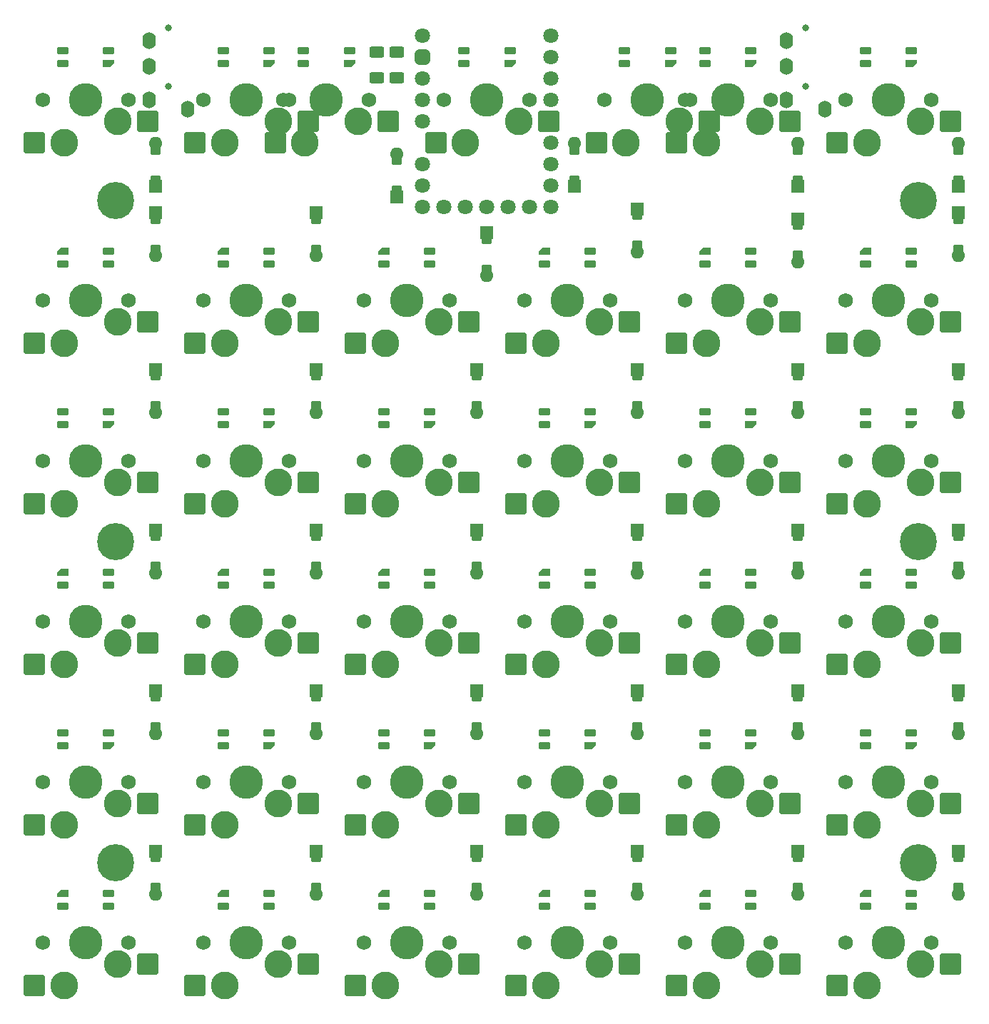
<source format=gbs>
G04 #@! TF.GenerationSoftware,KiCad,Pcbnew,8.0.5*
G04 #@! TF.CreationDate,2024-10-08T22:30:13+02:00*
G04 #@! TF.ProjectId,tekskey-v3-rounded,74656b73-6b65-4792-9d76-332d726f756e,rev?*
G04 #@! TF.SameCoordinates,Original*
G04 #@! TF.FileFunction,Soldermask,Bot*
G04 #@! TF.FilePolarity,Negative*
%FSLAX46Y46*%
G04 Gerber Fmt 4.6, Leading zero omitted, Abs format (unit mm)*
G04 Created by KiCad (PCBNEW 8.0.5) date 2024-10-08 22:30:13*
%MOMM*%
%LPD*%
G01*
G04 APERTURE LIST*
G04 Aperture macros list*
%AMRoundRect*
0 Rectangle with rounded corners*
0 $1 Rounding radius*
0 $2 $3 $4 $5 $6 $7 $8 $9 X,Y pos of 4 corners*
0 Add a 4 corners polygon primitive as box body*
4,1,4,$2,$3,$4,$5,$6,$7,$8,$9,$2,$3,0*
0 Add four circle primitives for the rounded corners*
1,1,$1+$1,$2,$3*
1,1,$1+$1,$4,$5*
1,1,$1+$1,$6,$7*
1,1,$1+$1,$8,$9*
0 Add four rect primitives between the rounded corners*
20,1,$1+$1,$2,$3,$4,$5,0*
20,1,$1+$1,$4,$5,$6,$7,0*
20,1,$1+$1,$6,$7,$8,$9,0*
20,1,$1+$1,$8,$9,$2,$3,0*%
%AMFreePoly0*
4,1,18,-0.410000,0.593000,-0.403758,0.624380,-0.385983,0.650983,-0.359380,0.668758,-0.328000,0.675000,0.328000,0.675000,0.359380,0.668758,0.385983,0.650983,0.403758,0.624380,0.410000,0.593000,0.410000,-0.593000,0.403758,-0.624380,0.385983,-0.650983,0.359380,-0.668758,0.328000,-0.675000,0.000000,-0.675000,-0.410000,-0.265000,-0.410000,0.593000,-0.410000,0.593000,$1*%
G04 Aperture macros list end*
%ADD10C,0.700000*%
%ADD11C,4.400000*%
%ADD12C,1.800000*%
%ADD13RoundRect,0.450000X-0.450000X-0.450000X0.450000X-0.450000X0.450000X0.450000X-0.450000X0.450000X0*%
%ADD14FreePoly0,90.000000*%
%ADD15RoundRect,0.082000X0.593000X-0.328000X0.593000X0.328000X-0.593000X0.328000X-0.593000X-0.328000X0*%
%ADD16O,1.600000X1.600000*%
%ADD17RoundRect,0.225000X0.375000X-0.225000X0.375000X0.225000X-0.375000X0.225000X-0.375000X-0.225000X0*%
%ADD18R,1.600000X1.600000*%
%ADD19C,3.300000*%
%ADD20RoundRect,0.250000X-1.025000X-1.000000X1.025000X-1.000000X1.025000X1.000000X-1.025000X1.000000X0*%
%ADD21C,1.750000*%
%ADD22C,3.987800*%
%ADD23RoundRect,0.225000X-0.375000X0.225000X-0.375000X-0.225000X0.375000X-0.225000X0.375000X0.225000X0*%
%ADD24FreePoly0,270.000000*%
%ADD25RoundRect,0.082000X-0.593000X0.328000X-0.593000X-0.328000X0.593000X-0.328000X0.593000X0.328000X0*%
%ADD26O,1.600000X2.000000*%
%ADD27C,0.800000*%
%ADD28RoundRect,0.250000X0.625000X-0.400000X0.625000X0.400000X-0.625000X0.400000X-0.625000X-0.400000X0*%
G04 APERTURE END LIST*
D10*
X138571875Y-123825000D03*
X138088601Y-124991726D03*
X138088601Y-122658274D03*
X136921875Y-125475000D03*
D11*
X136921875Y-123825000D03*
D10*
X136921875Y-122175000D03*
X135755149Y-124991726D03*
X135755149Y-122658274D03*
X135271875Y-123825000D03*
X138571875Y-45243750D03*
X138088601Y-46410476D03*
X138088601Y-44077024D03*
X136921875Y-46893750D03*
D11*
X136921875Y-45243750D03*
D10*
X136921875Y-43593750D03*
X135755149Y-46410476D03*
X135755149Y-44077024D03*
X135271875Y-45243750D03*
D12*
X90804952Y-46057396D03*
X88264952Y-46057396D03*
X85724952Y-46057396D03*
X83184952Y-46057396D03*
X80644952Y-46057396D03*
X93344952Y-46057396D03*
X93344952Y-43517396D03*
X93344952Y-40977396D03*
X93344952Y-38437396D03*
X93344952Y-33357396D03*
X93344952Y-30817396D03*
X93344952Y-28277396D03*
X93344952Y-25737396D03*
X78104952Y-46057396D03*
X78104952Y-43517396D03*
X78104952Y-40977396D03*
X78104952Y-35897396D03*
X78104952Y-33357396D03*
X78104952Y-30817396D03*
D13*
X78104952Y-28277396D03*
D12*
X78104952Y-25737396D03*
D10*
X43321875Y-85725000D03*
X42838601Y-86891726D03*
X42838601Y-84558274D03*
X41671875Y-87375000D03*
D11*
X41671875Y-85725000D03*
D10*
X41671875Y-84075000D03*
X40505149Y-86891726D03*
X40505149Y-84558274D03*
X40021875Y-85725000D03*
X43321875Y-45243750D03*
X42838601Y-46410476D03*
X42838601Y-44077024D03*
X41671875Y-46893750D03*
D11*
X41671875Y-45243750D03*
D10*
X41671875Y-43593750D03*
X40505149Y-46410476D03*
X40505149Y-44077024D03*
X40021875Y-45243750D03*
X138571875Y-85725000D03*
X138088601Y-86891726D03*
X138088601Y-84558274D03*
X136921875Y-87375000D03*
D11*
X136921875Y-85725000D03*
D10*
X136921875Y-84075000D03*
X135755149Y-86891726D03*
X135755149Y-84558274D03*
X135271875Y-85725000D03*
X43321875Y-123825000D03*
X42838601Y-124991726D03*
X42838601Y-122658274D03*
X41671875Y-125475000D03*
D11*
X41671875Y-123825000D03*
D10*
X41671875Y-122175000D03*
X40505149Y-124991726D03*
X40505149Y-122658274D03*
X40021875Y-123825000D03*
D14*
X117025000Y-109970000D03*
D15*
X117025000Y-108470000D03*
X111575000Y-109970000D03*
X111575000Y-108470000D03*
D16*
X96069190Y-38528029D03*
D17*
X96069190Y-39418029D03*
X96069190Y-42718029D03*
D18*
X96069190Y-43608029D03*
D19*
X73660000Y-62230000D03*
D20*
X70110000Y-62230000D03*
X83560000Y-59690000D03*
D19*
X80010000Y-59690000D03*
D21*
X81280000Y-57150000D03*
D22*
X76200000Y-57150000D03*
D21*
X71120000Y-57150000D03*
D16*
X122634375Y-89455625D03*
D23*
X122634375Y-88565625D03*
X122634375Y-85265625D03*
D18*
X122634375Y-84375625D03*
D16*
X122634296Y-108505625D03*
D23*
X122634296Y-107615625D03*
X122634296Y-104315625D03*
D18*
X122634296Y-103425625D03*
D19*
X130810000Y-62230000D03*
D20*
X127260000Y-62230000D03*
X140710000Y-59690000D03*
D19*
X137160000Y-59690000D03*
D21*
X138430000Y-57150000D03*
D22*
X133350000Y-57150000D03*
D21*
X128270000Y-57150000D03*
D19*
X73660000Y-138430000D03*
D20*
X70110000Y-138430000D03*
X83560000Y-135890000D03*
D19*
X80010000Y-135890000D03*
D21*
X81280000Y-133350000D03*
D22*
X76200000Y-133350000D03*
D21*
X71120000Y-133350000D03*
D16*
X84534375Y-70405625D03*
D23*
X84534375Y-69515625D03*
X84534375Y-66215625D03*
D18*
X84534375Y-65325625D03*
D16*
X65467925Y-127562395D03*
D23*
X65467925Y-126672395D03*
X65467925Y-123372395D03*
D18*
X65467925Y-122482395D03*
D16*
X122634296Y-38536548D03*
D17*
X122634296Y-39426548D03*
X122634296Y-42726548D03*
D18*
X122634296Y-43616548D03*
D24*
X130625000Y-89420000D03*
D25*
X130625000Y-90920000D03*
X136075000Y-89420000D03*
X136075000Y-90920000D03*
D14*
X78925000Y-109970000D03*
D15*
X78925000Y-108470000D03*
X73475000Y-109970000D03*
X73475000Y-108470000D03*
D16*
X103584375Y-108505625D03*
D23*
X103584375Y-107615625D03*
X103584375Y-104315625D03*
D18*
X103584375Y-103425625D03*
D19*
X111760000Y-38417500D03*
D20*
X108210000Y-38417500D03*
X121660000Y-35877500D03*
D19*
X118110000Y-35877500D03*
D21*
X119380000Y-33337500D03*
D22*
X114300000Y-33337500D03*
D21*
X109220000Y-33337500D03*
D16*
X46434375Y-108505625D03*
D23*
X46434375Y-107615625D03*
X46434375Y-104315625D03*
D18*
X46434375Y-103425625D03*
D16*
X65484344Y-89455625D03*
D23*
X65484344Y-88565625D03*
X65484344Y-85265625D03*
D18*
X65484344Y-84375625D03*
D19*
X54610000Y-38417500D03*
D20*
X51060000Y-38417500D03*
X64510000Y-35877500D03*
D19*
X60960000Y-35877500D03*
D21*
X62230000Y-33337500D03*
D22*
X57150000Y-33337500D03*
D21*
X52070000Y-33337500D03*
D19*
X73660000Y-119380000D03*
D20*
X70110000Y-119380000D03*
X83560000Y-116840000D03*
D19*
X80010000Y-116840000D03*
D21*
X81280000Y-114300000D03*
D22*
X76200000Y-114300000D03*
D21*
X71120000Y-114300000D03*
D14*
X117025000Y-29007500D03*
D15*
X117025000Y-27507500D03*
X111575000Y-29007500D03*
X111575000Y-27507500D03*
D19*
X92710000Y-138430000D03*
D20*
X89160000Y-138430000D03*
X102610000Y-135890000D03*
D19*
X99060000Y-135890000D03*
D21*
X100330000Y-133350000D03*
D22*
X95250000Y-133350000D03*
D21*
X90170000Y-133350000D03*
D16*
X65484344Y-108505625D03*
D23*
X65484344Y-107615625D03*
X65484344Y-104315625D03*
D18*
X65484344Y-103425625D03*
D24*
X54425000Y-89420000D03*
D25*
X54425000Y-90920000D03*
X59875000Y-89420000D03*
X59875000Y-90920000D03*
D14*
X136075000Y-71870000D03*
D15*
X136075000Y-70370000D03*
X130625000Y-71870000D03*
X130625000Y-70370000D03*
D14*
X59875000Y-29007500D03*
D15*
X59875000Y-27507500D03*
X54425000Y-29007500D03*
X54425000Y-27507500D03*
D14*
X78925000Y-71870000D03*
D15*
X78925000Y-70370000D03*
X73475000Y-71870000D03*
X73475000Y-70370000D03*
D19*
X111760000Y-119380000D03*
D20*
X108210000Y-119380000D03*
X121660000Y-116840000D03*
D19*
X118110000Y-116840000D03*
D21*
X119380000Y-114300000D03*
D22*
X114300000Y-114300000D03*
D21*
X109220000Y-114300000D03*
D16*
X46434360Y-51792164D03*
D23*
X46434360Y-50902164D03*
X46434360Y-47602164D03*
D18*
X46434360Y-46712164D03*
D19*
X54610000Y-138430000D03*
D20*
X51060000Y-138430000D03*
X64510000Y-135890000D03*
D19*
X60960000Y-135890000D03*
D21*
X62230000Y-133350000D03*
D22*
X57150000Y-133350000D03*
D21*
X52070000Y-133350000D03*
D14*
X107500000Y-29007500D03*
D15*
X107500000Y-27507500D03*
X102050000Y-29007500D03*
X102050000Y-27507500D03*
D14*
X59875000Y-71870000D03*
D15*
X59875000Y-70370000D03*
X54425000Y-71870000D03*
X54425000Y-70370000D03*
D16*
X141684280Y-38536548D03*
D17*
X141684280Y-39426548D03*
X141684280Y-42726548D03*
D18*
X141684280Y-43616548D03*
D24*
X35375000Y-51320000D03*
D25*
X35375000Y-52820000D03*
X40825000Y-51320000D03*
X40825000Y-52820000D03*
D19*
X73660000Y-81280000D03*
D20*
X70110000Y-81280000D03*
X83560000Y-78740000D03*
D19*
X80010000Y-78740000D03*
D21*
X81280000Y-76200000D03*
D22*
X76200000Y-76200000D03*
D21*
X71120000Y-76200000D03*
D14*
X59875000Y-109970000D03*
D15*
X59875000Y-108470000D03*
X54425000Y-109970000D03*
X54425000Y-108470000D03*
D19*
X83185000Y-38417500D03*
D20*
X79635000Y-38417500D03*
X93085000Y-35877500D03*
D19*
X89535000Y-35877500D03*
D21*
X90805000Y-33337500D03*
D22*
X85725000Y-33337500D03*
D21*
X80645000Y-33337500D03*
D26*
X121227264Y-33337492D03*
X125827264Y-34437492D03*
X121227264Y-26337492D03*
X121227264Y-29337492D03*
D27*
X123527264Y-24737492D03*
X123527264Y-31737492D03*
D19*
X111760000Y-100330000D03*
D20*
X108210000Y-100330000D03*
X121660000Y-97790000D03*
D19*
X118110000Y-97790000D03*
D21*
X119380000Y-95250000D03*
D22*
X114300000Y-95250000D03*
D21*
X109220000Y-95250000D03*
D16*
X85724952Y-54173412D03*
D23*
X85724952Y-53283412D03*
X85724952Y-49983412D03*
D18*
X85724952Y-49093412D03*
D19*
X92710000Y-100330000D03*
D20*
X89160000Y-100330000D03*
X102610000Y-97790000D03*
D19*
X99060000Y-97790000D03*
D21*
X100330000Y-95250000D03*
D22*
X95250000Y-95250000D03*
D21*
X90170000Y-95250000D03*
D16*
X46434375Y-127555625D03*
D23*
X46434375Y-126665625D03*
X46434375Y-123365625D03*
D18*
X46434375Y-122475625D03*
D24*
X35375000Y-89420000D03*
D25*
X35375000Y-90920000D03*
X40825000Y-89420000D03*
X40825000Y-90920000D03*
D19*
X35560000Y-62230000D03*
D20*
X32010000Y-62230000D03*
X45460000Y-59690000D03*
D19*
X41910000Y-59690000D03*
D21*
X43180000Y-57150000D03*
D22*
X38100000Y-57150000D03*
D21*
X33020000Y-57150000D03*
D16*
X122634296Y-127555625D03*
D23*
X122634296Y-126665625D03*
X122634296Y-123365625D03*
D18*
X122634296Y-122475625D03*
D24*
X92525000Y-127520000D03*
D25*
X92525000Y-129020000D03*
X97975000Y-127520000D03*
X97975000Y-129020000D03*
D16*
X84534375Y-127555625D03*
D23*
X84534375Y-126665625D03*
X84534375Y-123365625D03*
D18*
X84534375Y-122475625D03*
D19*
X92710000Y-62230000D03*
D20*
X89160000Y-62230000D03*
X102610000Y-59690000D03*
D19*
X99060000Y-59690000D03*
D21*
X100330000Y-57150000D03*
D22*
X95250000Y-57150000D03*
D21*
X90170000Y-57150000D03*
D19*
X35560000Y-81280000D03*
D20*
X32010000Y-81280000D03*
X45460000Y-78740000D03*
D19*
X41910000Y-78740000D03*
D21*
X43180000Y-76200000D03*
D22*
X38100000Y-76200000D03*
D21*
X33020000Y-76200000D03*
D14*
X69400000Y-29007500D03*
D15*
X69400000Y-27507500D03*
X63950000Y-29007500D03*
X63950000Y-27507500D03*
D16*
X65484344Y-51792164D03*
D23*
X65484344Y-50902164D03*
X65484344Y-47602164D03*
D18*
X65484344Y-46712164D03*
D16*
X141684280Y-89455625D03*
D23*
X141684280Y-88565625D03*
X141684280Y-85265625D03*
D18*
X141684280Y-84375625D03*
D19*
X111760000Y-138430000D03*
D20*
X108210000Y-138430000D03*
X121660000Y-135890000D03*
D19*
X118110000Y-135890000D03*
D21*
X119380000Y-133350000D03*
D22*
X114300000Y-133350000D03*
D21*
X109220000Y-133350000D03*
D16*
X141684280Y-127555625D03*
D23*
X141684280Y-126665625D03*
X141684280Y-123365625D03*
D18*
X141684280Y-122475625D03*
D16*
X65484375Y-70405625D03*
D23*
X65484375Y-69515625D03*
X65484375Y-66215625D03*
D18*
X65484375Y-65325625D03*
D19*
X54610000Y-100330000D03*
D20*
X51060000Y-100330000D03*
X64510000Y-97790000D03*
D19*
X60960000Y-97790000D03*
D21*
X62230000Y-95250000D03*
D22*
X57150000Y-95250000D03*
D21*
X52070000Y-95250000D03*
D19*
X92710000Y-119380000D03*
D20*
X89160000Y-119380000D03*
X102610000Y-116840000D03*
D19*
X99060000Y-116840000D03*
D21*
X100330000Y-114300000D03*
D22*
X95250000Y-114300000D03*
D21*
X90170000Y-114300000D03*
D19*
X130810000Y-38417500D03*
D20*
X127260000Y-38417500D03*
X140710000Y-35877500D03*
D19*
X137160000Y-35877500D03*
D21*
X138430000Y-33337500D03*
D22*
X133350000Y-33337500D03*
D21*
X128270000Y-33337500D03*
D14*
X40825000Y-71870000D03*
D15*
X40825000Y-70370000D03*
X35375000Y-71870000D03*
X35375000Y-70370000D03*
D16*
X75009336Y-39727172D03*
D17*
X75009336Y-40617172D03*
X75009336Y-43917172D03*
D18*
X75009336Y-44807172D03*
D19*
X35560000Y-138430000D03*
D20*
X32010000Y-138430000D03*
X45460000Y-135890000D03*
D19*
X41910000Y-135890000D03*
D21*
X43180000Y-133350000D03*
D22*
X38100000Y-133350000D03*
D21*
X33020000Y-133350000D03*
D16*
X46434375Y-70405625D03*
D23*
X46434375Y-69515625D03*
X46434375Y-66215625D03*
D18*
X46434375Y-65325625D03*
D24*
X130625000Y-127520000D03*
D25*
X130625000Y-129020000D03*
X136075000Y-127520000D03*
X136075000Y-129020000D03*
D14*
X97975000Y-109970000D03*
D15*
X97975000Y-108470000D03*
X92525000Y-109970000D03*
X92525000Y-108470000D03*
D24*
X73475000Y-89420000D03*
D25*
X73475000Y-90920000D03*
X78925000Y-89420000D03*
X78925000Y-90920000D03*
D19*
X111760000Y-62230000D03*
D20*
X108210000Y-62230000D03*
X121660000Y-59690000D03*
D19*
X118110000Y-59690000D03*
D21*
X119380000Y-57150000D03*
D22*
X114300000Y-57150000D03*
D21*
X109220000Y-57150000D03*
D19*
X92710000Y-81280000D03*
D20*
X89160000Y-81280000D03*
X102610000Y-78740000D03*
D19*
X99060000Y-78740000D03*
D21*
X100330000Y-76200000D03*
D22*
X95250000Y-76200000D03*
D21*
X90170000Y-76200000D03*
D16*
X46434360Y-89455625D03*
D23*
X46434360Y-88565625D03*
X46434360Y-85265625D03*
D18*
X46434360Y-84375625D03*
D24*
X92525000Y-89420000D03*
D25*
X92525000Y-90920000D03*
X97975000Y-89420000D03*
X97975000Y-90920000D03*
D19*
X111760000Y-81280000D03*
D20*
X108210000Y-81280000D03*
X121660000Y-78740000D03*
D19*
X118110000Y-78740000D03*
D21*
X119380000Y-76200000D03*
D22*
X114300000Y-76200000D03*
D21*
X109220000Y-76200000D03*
D19*
X130810000Y-81280000D03*
D20*
X127260000Y-81280000D03*
X140710000Y-78740000D03*
D19*
X137160000Y-78740000D03*
D21*
X138430000Y-76200000D03*
D22*
X133350000Y-76200000D03*
D21*
X128270000Y-76200000D03*
D24*
X111575000Y-89420000D03*
D25*
X111575000Y-90920000D03*
X117025000Y-89420000D03*
X117025000Y-90920000D03*
D19*
X102235000Y-38417500D03*
D20*
X98685000Y-38417500D03*
X112135000Y-35877500D03*
D19*
X108585000Y-35877500D03*
D21*
X109855000Y-33337500D03*
D22*
X104775000Y-33337500D03*
D21*
X99695000Y-33337500D03*
D16*
X141684375Y-70405625D03*
D23*
X141684375Y-69515625D03*
X141684375Y-66215625D03*
D18*
X141684375Y-65325625D03*
D19*
X130810000Y-100330000D03*
D20*
X127260000Y-100330000D03*
X140710000Y-97790000D03*
D19*
X137160000Y-97790000D03*
D21*
X138430000Y-95250000D03*
D22*
X133350000Y-95250000D03*
D21*
X128270000Y-95250000D03*
D19*
X35560000Y-119380000D03*
D20*
X32010000Y-119380000D03*
X45460000Y-116840000D03*
D19*
X41910000Y-116840000D03*
D21*
X43180000Y-114300000D03*
D22*
X38100000Y-114300000D03*
D21*
X33020000Y-114300000D03*
D16*
X141684375Y-108505625D03*
D23*
X141684375Y-107615625D03*
X141684375Y-104315625D03*
D18*
X141684375Y-103425625D03*
D19*
X54610000Y-119380000D03*
D20*
X51060000Y-119380000D03*
X64510000Y-116840000D03*
D19*
X60960000Y-116840000D03*
D21*
X62230000Y-114300000D03*
D22*
X57150000Y-114300000D03*
D21*
X52070000Y-114300000D03*
D24*
X54425000Y-51320000D03*
D25*
X54425000Y-52820000D03*
X59875000Y-51320000D03*
X59875000Y-52820000D03*
D24*
X73475000Y-127520000D03*
D25*
X73475000Y-129020000D03*
X78925000Y-127520000D03*
X78925000Y-129020000D03*
D24*
X92525000Y-51320000D03*
D25*
X92525000Y-52820000D03*
X97975000Y-51320000D03*
X97975000Y-52820000D03*
D14*
X136075000Y-109970000D03*
D15*
X136075000Y-108470000D03*
X130625000Y-109970000D03*
X130625000Y-108470000D03*
D16*
X103584375Y-51355625D03*
D23*
X103584375Y-50465625D03*
X103584375Y-47165625D03*
D18*
X103584375Y-46275625D03*
D19*
X54610000Y-81280000D03*
D20*
X51060000Y-81280000D03*
X64510000Y-78740000D03*
D19*
X60960000Y-78740000D03*
D21*
X62230000Y-76200000D03*
D22*
X57150000Y-76200000D03*
D21*
X52070000Y-76200000D03*
D14*
X117025000Y-71870000D03*
D15*
X117025000Y-70370000D03*
X111575000Y-71870000D03*
X111575000Y-70370000D03*
D19*
X73660000Y-100330000D03*
D20*
X70110000Y-100330000D03*
X83560000Y-97790000D03*
D19*
X80010000Y-97790000D03*
D21*
X81280000Y-95250000D03*
D22*
X76200000Y-95250000D03*
D21*
X71120000Y-95250000D03*
D16*
X103584375Y-89455625D03*
D23*
X103584375Y-88565625D03*
X103584375Y-85265625D03*
D18*
X103584375Y-84375625D03*
D16*
X141684375Y-51792164D03*
D23*
X141684375Y-50902164D03*
X141684375Y-47602164D03*
D18*
X141684375Y-46712164D03*
D16*
X103584375Y-70405625D03*
D23*
X103584375Y-69515625D03*
X103584375Y-66215625D03*
D18*
X103584375Y-65325625D03*
D19*
X130810000Y-138430000D03*
D20*
X127260000Y-138430000D03*
X140710000Y-135890000D03*
D19*
X137160000Y-135890000D03*
D21*
X138430000Y-133350000D03*
D22*
X133350000Y-133350000D03*
D21*
X128270000Y-133350000D03*
D19*
X35560000Y-100330000D03*
D20*
X32010000Y-100330000D03*
X45460000Y-97790000D03*
D19*
X41910000Y-97790000D03*
D21*
X43180000Y-95250000D03*
D22*
X38100000Y-95250000D03*
D21*
X33020000Y-95250000D03*
D16*
X122634375Y-70405625D03*
D23*
X122634375Y-69515625D03*
X122634375Y-66215625D03*
D18*
X122634375Y-65325625D03*
D14*
X136075000Y-29007500D03*
D15*
X136075000Y-27507500D03*
X130625000Y-29007500D03*
X130625000Y-27507500D03*
D26*
X45622640Y-33337492D03*
X50222640Y-34437492D03*
X45622640Y-26337492D03*
X45622640Y-29337492D03*
D27*
X47922640Y-24737492D03*
X47922640Y-31737492D03*
D19*
X35560000Y-38417500D03*
D20*
X32010000Y-38417500D03*
X45460000Y-35877500D03*
D19*
X41910000Y-35877500D03*
D21*
X43180000Y-33337500D03*
D22*
X38100000Y-33337500D03*
D21*
X33020000Y-33337500D03*
D28*
X72628088Y-27620308D03*
X72628088Y-30720308D03*
D19*
X54610000Y-62230000D03*
D20*
X51060000Y-62230000D03*
X64510000Y-59690000D03*
D19*
X60960000Y-59690000D03*
D21*
X62230000Y-57150000D03*
D22*
X57150000Y-57150000D03*
D21*
X52070000Y-57150000D03*
D14*
X97975000Y-71870000D03*
D15*
X97975000Y-70370000D03*
X92525000Y-71870000D03*
X92525000Y-70370000D03*
D24*
X35375000Y-127520000D03*
D25*
X35375000Y-129020000D03*
X40825000Y-127520000D03*
X40825000Y-129020000D03*
D14*
X40825000Y-29007500D03*
D15*
X40825000Y-27507500D03*
X35375000Y-29007500D03*
X35375000Y-27507500D03*
D19*
X64135000Y-38417500D03*
D20*
X60585000Y-38417500D03*
X74035000Y-35877500D03*
D19*
X70485000Y-35877500D03*
D21*
X71755000Y-33337500D03*
D22*
X66675000Y-33337500D03*
D21*
X61595000Y-33337500D03*
D16*
X84534328Y-108505625D03*
D23*
X84534328Y-107615625D03*
X84534328Y-104315625D03*
D18*
X84534328Y-103425625D03*
D24*
X111575000Y-127520000D03*
D25*
X111575000Y-129020000D03*
X117025000Y-127520000D03*
X117025000Y-129020000D03*
D16*
X46434360Y-38536548D03*
D17*
X46434360Y-39426548D03*
X46434360Y-42726548D03*
D18*
X46434360Y-43616548D03*
D24*
X111575000Y-51320000D03*
D25*
X111575000Y-52820000D03*
X117025000Y-51320000D03*
X117025000Y-52820000D03*
D24*
X73475000Y-51320000D03*
D25*
X73475000Y-52820000D03*
X78925000Y-51320000D03*
X78925000Y-52820000D03*
D16*
X122634375Y-52546228D03*
D23*
X122634375Y-51656228D03*
X122634375Y-48356228D03*
D18*
X122634375Y-47466228D03*
D16*
X84534375Y-89455625D03*
D23*
X84534375Y-88565625D03*
X84534375Y-85265625D03*
D18*
X84534375Y-84375625D03*
D14*
X40825000Y-109970000D03*
D15*
X40825000Y-108470000D03*
X35375000Y-109970000D03*
X35375000Y-108470000D03*
D19*
X130810000Y-119380000D03*
D20*
X127260000Y-119380000D03*
X140710000Y-116840000D03*
D19*
X137160000Y-116840000D03*
D21*
X138430000Y-114300000D03*
D22*
X133350000Y-114300000D03*
D21*
X128270000Y-114300000D03*
D16*
X103584375Y-127555625D03*
D23*
X103584375Y-126665625D03*
X103584375Y-123365625D03*
D18*
X103584375Y-122475625D03*
D28*
X75009336Y-27620308D03*
X75009336Y-30720308D03*
D14*
X88450000Y-29007500D03*
D15*
X88450000Y-27507500D03*
X83000000Y-29007500D03*
X83000000Y-27507500D03*
D24*
X54425000Y-127520000D03*
D25*
X54425000Y-129020000D03*
X59875000Y-127520000D03*
X59875000Y-129020000D03*
D24*
X130625000Y-51320000D03*
D25*
X130625000Y-52820000D03*
X136075000Y-51320000D03*
X136075000Y-52820000D03*
M02*

</source>
